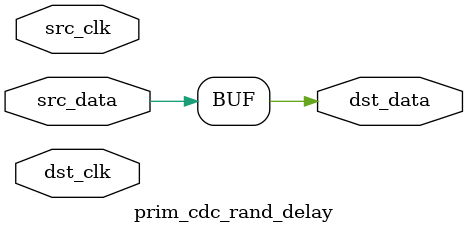
<source format=sv>


module prim_cdc_rand_delay #(
    parameter int DataWidth = 1,
    parameter bit UseSourceClock = 1,
    parameter int LatencyPs = 1000,
    parameter int JitterPs = 1000
) (
    input logic                 src_clk,
    input logic [DataWidth-1:0] src_data,

    input logic                   dst_clk,
    output logic [DataWidth-1:0]  dst_data
);

`ifndef SYNTHESIS
  `ASSERT_INIT(LegalDataWidth_A, DataWidth > 0)
  `ASSERT_INIT(LegalLatencyPs_A, LatencyPs >= 0)
  `ASSERT_INIT(LegalJitterPs_A,  JitterPs >= 0)
`endif

`ifdef SIMULATION
`ifndef DISABLE_PRIM_CDC_RAND_DELAY

  // macro includes
  `include "uvm_macros.svh"
  `include "dv_macros.svh"

  typedef enum bit [1:0] {
    RandDelayModeDisable,
    RandDelayModeSlow,
    RandDelayModeOnce,
    RandDelayModeInterval
  } rand_delay_mode_e;

  rand_delay_mode_e prim_cdc_rand_delay_mode;
  int unsigned prim_cdc_rand_delay_interval = 10;
  int unsigned prim_cdc_rand_delay_disable_weight  = 1;
  int unsigned prim_cdc_rand_delay_slow_weight     = 2;
  int unsigned prim_cdc_rand_delay_once_weight     = 4;
  int unsigned prim_cdc_rand_delay_interval_weight = 3;
  bit [3:0] mode;  // onehot encoded version of prim_cdc_rand_delay_mode.

  int unsigned prim_cdc_jitter_ps = JitterPs;
  int unsigned prim_cdc_latency_ps = LatencyPs;

  logic [DataWidth-1:0] out_data_mask;
  logic [DataWidth-1:0] src_data_with_latency;
  logic [DataWidth-1:0] src_data_delayed;

  function automatic void set_prim_cdc_rand_delay_mode(int val);
    prim_cdc_rand_delay_mode = rand_delay_mode_e'(val);
    update_settings();
  endfunction

  function automatic void set_prim_cdc_rand_delay_interval(int unsigned val);
    prim_cdc_rand_delay_interval = val;
  endfunction

  function automatic void set_prim_cdc_jitter_ps(int val);
    `ASSERT_I(LegalJitter_A, prim_cdc_jitter_ps >= 0)
    prim_cdc_jitter_ps = val;
  endfunction

  function automatic void set_prim_cdc_latency_ps(int val);
    `ASSERT_I(LegalLatencyPs_A, val >= 0)
    prim_cdc_latency_ps = val;
  endfunction

  // Internal method called after prim_cdc_rand_delay_mode is set.
  function automatic void update_settings();
    mode = '0;
    mode[prim_cdc_rand_delay_mode] = 1'b1;
    if (prim_cdc_rand_delay_mode == RandDelayModeSlow) out_data_mask = '1;
    if (prim_cdc_rand_delay_mode == RandDelayModeOnce) fast_randomize(out_data_mask);
  endfunction

  // A slightly more performant version of std::randomize(), using $urandom.
  //
  // Empirically, using std::randomize() has been found to be slower than $urandom, since the latter
  // operates on a fixed data width of 32-bits. There may be an incredibly large number of instances
  // of this module in the DUT, causing this preformance hit to be noticeable. This method
  // randomizes the data piece-wise, 32-bits at a time using $urandom instead.
  function automatic void fast_randomize(output logic [DataWidth-1:0] data);
    for (int i = 0; i < DataWidth; i += 32) data = (data << 32) | $urandom();
  endfunction

  // Retrieves settings via plusargs.
  //
  // prefix is a string prefix to retrieve the plusarg.
  // Returns 1 if prim_cdc_rand_delay_mode was set, else 0.
  function automatic bit get_plusargs(string prefix = "");
    string mode = "";
    int unsigned val;
    if (prefix != "") prefix = {prefix, "."};
    void'($value$plusargs({prefix, "prim_cdc_rand_delay_mode=%0s"}, mode));
    `ASSERT_I(ValidMode_A, mode inside {"", "disable", "slow", "once", "interval"})
    void'($value$plusargs({prefix, "prim_cdc_rand_delay_interval=%0d"},
                          prim_cdc_rand_delay_interval));
    void'($value$plusargs({prefix, "prim_cdc_rand_delay_disable_weight=%0d"},
                          prim_cdc_rand_delay_disable_weight));
    void'($value$plusargs({prefix, "prim_cdc_rand_delay_slow_weight=%0d"},
                          prim_cdc_rand_delay_slow_weight));
    void'($value$plusargs({prefix, "prim_cdc_rand_delay_once_weight=%0d"},
                          prim_cdc_rand_delay_once_weight));
    void'($value$plusargs({prefix, "prim_cdc_rand_delay_interval_weight=%0d"},
                          prim_cdc_rand_delay_interval_weight));
    void'($value$plusargs({prefix, "prim_cdc_jitter_ps=%0d"}, prim_cdc_jitter_ps));
    void'($value$plusargs({prefix, "prim_cdc_latency_ps=%0d"}, prim_cdc_latency_ps));

    case (mode)
      "disable":  prim_cdc_rand_delay_mode = RandDelayModeDisable;
      "slow":     prim_cdc_rand_delay_mode = RandDelayModeSlow;
      "once":     prim_cdc_rand_delay_mode = RandDelayModeOnce;
      "interval": prim_cdc_rand_delay_mode = RandDelayModeInterval;
      default:    return 0;
    endcase
    return 1;
  endfunction

  initial begin
    bit res;

    // Command-line override via plusargs (global, applies to ALL instances).
    // Example: +prim_cdc_rand_delay_mode=once
    res = get_plusargs();

    // Command-line override via plusargs (instance-specific).
    // Example: +tb.dut.u_foo.u_bar.u_flop_2sync.u_prim_cdc_rand_delay.prim_cdc_latency_ps=200
    res |= get_plusargs($sformatf("%m"));

    if (!res) begin
      `DV_CHECK_STD_RANDOMIZE_WITH_FATAL(prim_cdc_rand_delay_mode,
        prim_cdc_rand_delay_mode dist {
          RandDelayModeDisable   :/ prim_cdc_rand_delay_disable_weight,
          RandDelayModeSlow      :/ prim_cdc_rand_delay_slow_weight,
          RandDelayModeOnce      :/ prim_cdc_rand_delay_once_weight,
          RandDelayModeInterval  :/ prim_cdc_rand_delay_interval_weight
        };,
      , $sformatf("%m"))
    end
    update_settings();
  end

  // TODO: Run some performance experiments using this implementation versus an implementation that
  // primarily uses `forever` blocks rather than RTL constructs. Need to also check if this
  // alternate implementation is still valid when compiling/simulating the design.
  if (UseSourceClock) begin : gen_use_source_clock

    // If relying on src_clk, insert a delay on the faster clock.
    always_ff @(posedge src_clk or posedge dst_clk) begin
      src_data_delayed <= src_data;
    end
    assign src_data_with_latency = src_data;

  end else begin : gen_no_use_source_clock

    // If not relying on src_clk, delay by a fixed number of ps determined by the module parameters.
    always @(src_data) begin
      src_data_with_latency <= #(prim_cdc_latency_ps * 1ps) src_data;
    end
    always @(src_data_with_latency) begin
      src_data_delayed <= #(prim_cdc_jitter_ps * 1ps) src_data_with_latency;
    end

  end : gen_no_use_source_clock

  // Randomize delayed random data selection when input data changes, every
  // prim_cdc_rand_delay_interval number of changes.
  int counter = 0;
  always @(src_data_with_latency) begin
    if (mode[RandDelayModeInterval]) begin
      counter <= (counter >= prim_cdc_rand_delay_interval) ? '0 : counter + 1;
      if (counter == prim_cdc_rand_delay_interval) fast_randomize(out_data_mask);
    end else begin
      counter <= 0;
    end
  end

  assign dst_data = mode[RandDelayModeDisable] ? src_data :
                    ((src_data_delayed & out_data_mask) | (src_data_with_latency & ~out_data_mask));

`else

  // Direct pass through.
  assign dst_data = src_data;

`endif  // DISABLE_PRIM_CDC_RAND_DELAY

`else

  // Direct pass through.
  assign dst_data = src_data;

`endif  // SIMULATION

  //TODO: coverage

endmodule

</source>
